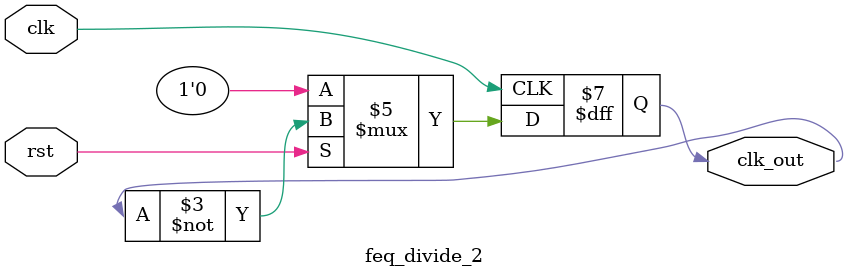
<source format=v>

module feq_divide_2(clk_out,clk,rst);
  input clk,rst;
  output reg clk_out;
  
  always@(posedge clk) begin
    if(!rst)
      clk_out <= 1'b0;
    else
      clk_out <= ~clk_out;
  end
  
  endmodule
</source>
